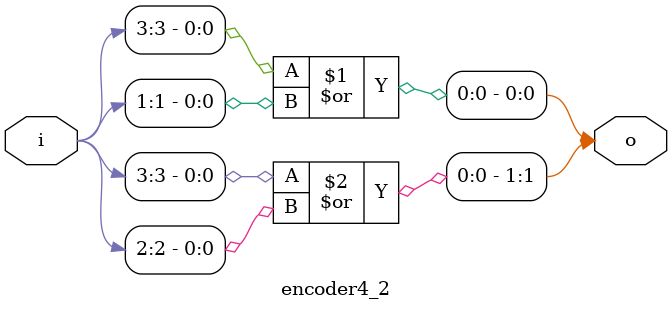
<source format=v>
module encoder4_2(input [3:0]i, output [1:0]o);

assign o[0]=i[3]|i[1];
assign o[1]=i[3]|i[2];

endmodule
</source>
